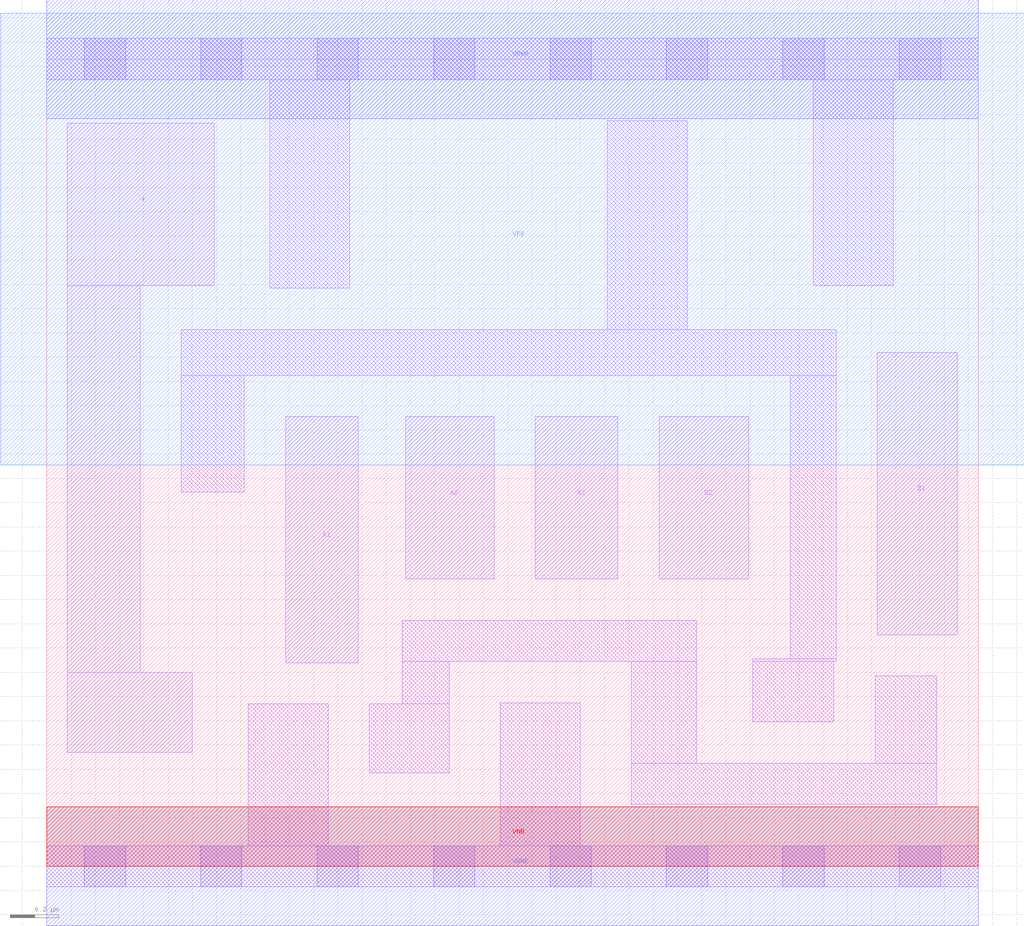
<source format=lef>
# Copyright 2020 The SkyWater PDK Authors
#
# Licensed under the Apache License, Version 2.0 (the "License");
# you may not use this file except in compliance with the License.
# You may obtain a copy of the License at
#
#     https://www.apache.org/licenses/LICENSE-2.0
#
# Unless required by applicable law or agreed to in writing, software
# distributed under the License is distributed on an "AS IS" BASIS,
# WITHOUT WARRANTIES OR CONDITIONS OF ANY KIND, either express or implied.
# See the License for the specific language governing permissions and
# limitations under the License.
#
# SPDX-License-Identifier: Apache-2.0

VERSION 5.7 ;
  NOWIREEXTENSIONATPIN ON ;
  DIVIDERCHAR "/" ;
  BUSBITCHARS "[]" ;
MACRO sky130_fd_sc_lp__o32a_0
  CLASS CORE ;
  FOREIGN sky130_fd_sc_lp__o32a_0 ;
  ORIGIN  0.000000  0.000000 ;
  SIZE  3.840000 BY  3.330000 ;
  SYMMETRY X Y R90 ;
  SITE unit ;
  PIN A1
    ANTENNAGATEAREA  0.159000 ;
    DIRECTION INPUT ;
    USE SIGNAL ;
    PORT
      LAYER li1 ;
        RECT 0.985000 0.840000 1.285000 1.855000 ;
    END
  END A1
  PIN A2
    ANTENNAGATEAREA  0.159000 ;
    DIRECTION INPUT ;
    USE SIGNAL ;
    PORT
      LAYER li1 ;
        RECT 1.480000 1.185000 1.845000 1.855000 ;
    END
  END A2
  PIN A3
    ANTENNAGATEAREA  0.159000 ;
    DIRECTION INPUT ;
    USE SIGNAL ;
    PORT
      LAYER li1 ;
        RECT 2.015000 1.185000 2.355000 1.855000 ;
    END
  END A3
  PIN B1
    ANTENNAGATEAREA  0.159000 ;
    DIRECTION INPUT ;
    USE SIGNAL ;
    PORT
      LAYER li1 ;
        RECT 3.425000 0.955000 3.755000 2.120000 ;
    END
  END B1
  PIN B2
    ANTENNAGATEAREA  0.159000 ;
    DIRECTION INPUT ;
    USE SIGNAL ;
    PORT
      LAYER li1 ;
        RECT 2.525000 1.185000 2.895000 1.855000 ;
    END
  END B2
  PIN X
    ANTENNADIFFAREA  0.280900 ;
    DIRECTION OUTPUT ;
    USE SIGNAL ;
    PORT
      LAYER li1 ;
        RECT 0.085000 0.470000 0.600000 0.800000 ;
        RECT 0.085000 0.800000 0.385000 2.395000 ;
        RECT 0.085000 2.395000 0.690000 3.065000 ;
    END
  END X
  PIN VGND
    DIRECTION INOUT ;
    USE GROUND ;
    PORT
      LAYER met1 ;
        RECT 0.000000 -0.245000 3.840000 0.245000 ;
    END
  END VGND
  PIN VNB
    DIRECTION INOUT ;
    USE GROUND ;
    PORT
      LAYER pwell ;
        RECT 0.000000 0.000000 3.840000 0.245000 ;
    END
  END VNB
  PIN VPB
    DIRECTION INOUT ;
    USE POWER ;
    PORT
      LAYER nwell ;
        RECT -0.190000 1.655000 4.030000 3.520000 ;
    END
  END VPB
  PIN VPWR
    DIRECTION INOUT ;
    USE POWER ;
    PORT
      LAYER met1 ;
        RECT 0.000000 3.085000 3.840000 3.575000 ;
    END
  END VPWR
  OBS
    LAYER li1 ;
      RECT 0.000000 -0.085000 3.840000 0.085000 ;
      RECT 0.000000  3.245000 3.840000 3.415000 ;
      RECT 0.555000  1.545000 0.815000 2.025000 ;
      RECT 0.555000  2.025000 3.255000 2.215000 ;
      RECT 0.830000  0.085000 1.160000 0.670000 ;
      RECT 0.920000  2.385000 1.250000 3.245000 ;
      RECT 1.330000  0.385000 1.660000 0.670000 ;
      RECT 1.465000  0.670000 1.660000 0.845000 ;
      RECT 1.465000  0.845000 2.680000 1.015000 ;
      RECT 1.870000  0.085000 2.200000 0.675000 ;
      RECT 2.310000  2.215000 2.640000 3.075000 ;
      RECT 2.410000  0.255000 3.670000 0.425000 ;
      RECT 2.410000  0.425000 2.680000 0.845000 ;
      RECT 2.910000  0.595000 3.245000 0.845000 ;
      RECT 2.910000  0.845000 3.255000 0.855000 ;
      RECT 3.065000  0.855000 3.255000 2.025000 ;
      RECT 3.160000  2.395000 3.490000 3.245000 ;
      RECT 3.415000  0.425000 3.670000 0.785000 ;
    LAYER mcon ;
      RECT 0.155000 -0.085000 0.325000 0.085000 ;
      RECT 0.155000  3.245000 0.325000 3.415000 ;
      RECT 0.635000 -0.085000 0.805000 0.085000 ;
      RECT 0.635000  3.245000 0.805000 3.415000 ;
      RECT 1.115000 -0.085000 1.285000 0.085000 ;
      RECT 1.115000  3.245000 1.285000 3.415000 ;
      RECT 1.595000 -0.085000 1.765000 0.085000 ;
      RECT 1.595000  3.245000 1.765000 3.415000 ;
      RECT 2.075000 -0.085000 2.245000 0.085000 ;
      RECT 2.075000  3.245000 2.245000 3.415000 ;
      RECT 2.555000 -0.085000 2.725000 0.085000 ;
      RECT 2.555000  3.245000 2.725000 3.415000 ;
      RECT 3.035000 -0.085000 3.205000 0.085000 ;
      RECT 3.035000  3.245000 3.205000 3.415000 ;
      RECT 3.515000 -0.085000 3.685000 0.085000 ;
      RECT 3.515000  3.245000 3.685000 3.415000 ;
  END
END sky130_fd_sc_lp__o32a_0
END LIBRARY

</source>
